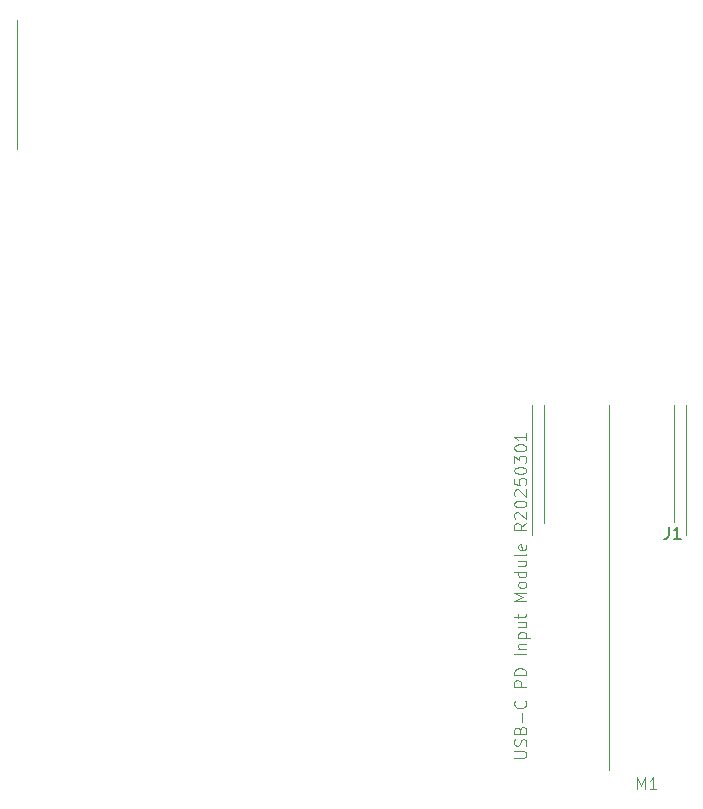
<source format=gbr>
%TF.GenerationSoftware,KiCad,Pcbnew,9.0.1+dfsg-1*%
%TF.CreationDate,2025-05-01T11:07:49+02:00*%
%TF.ProjectId,usb-c-power-in,7573622d-632d-4706-9f77-65722d696e2e,rev?*%
%TF.SameCoordinates,Original*%
%TF.FileFunction,Legend,Top*%
%TF.FilePolarity,Positive*%
%FSLAX46Y46*%
G04 Gerber Fmt 4.6, Leading zero omitted, Abs format (unit mm)*
G04 Created by KiCad (PCBNEW 9.0.1+dfsg-1) date 2025-05-01 11:07:49*
%MOMM*%
%LPD*%
G01*
G04 APERTURE LIST*
%ADD10C,0.100000*%
%ADD11C,0.150000*%
G04 APERTURE END LIST*
D10*
X50100000Y-27100000D02*
X50100000Y-58000000D01*
X44600000Y-27100000D02*
X44600000Y-37100000D01*
X56600000Y-27100000D02*
X56600000Y-38100000D01*
X43600000Y-27100000D02*
X43600000Y-38100000D01*
X0Y5500000D02*
X0Y-5500000D01*
X55600000Y-27100000D02*
X55600000Y-37000000D01*
X42077819Y-56998515D02*
X42887342Y-56998515D01*
X42887342Y-56998515D02*
X42982580Y-56950896D01*
X42982580Y-56950896D02*
X43030200Y-56903277D01*
X43030200Y-56903277D02*
X43077819Y-56808039D01*
X43077819Y-56808039D02*
X43077819Y-56617563D01*
X43077819Y-56617563D02*
X43030200Y-56522325D01*
X43030200Y-56522325D02*
X42982580Y-56474706D01*
X42982580Y-56474706D02*
X42887342Y-56427087D01*
X42887342Y-56427087D02*
X42077819Y-56427087D01*
X43030200Y-55998515D02*
X43077819Y-55855658D01*
X43077819Y-55855658D02*
X43077819Y-55617563D01*
X43077819Y-55617563D02*
X43030200Y-55522325D01*
X43030200Y-55522325D02*
X42982580Y-55474706D01*
X42982580Y-55474706D02*
X42887342Y-55427087D01*
X42887342Y-55427087D02*
X42792104Y-55427087D01*
X42792104Y-55427087D02*
X42696866Y-55474706D01*
X42696866Y-55474706D02*
X42649247Y-55522325D01*
X42649247Y-55522325D02*
X42601628Y-55617563D01*
X42601628Y-55617563D02*
X42554009Y-55808039D01*
X42554009Y-55808039D02*
X42506390Y-55903277D01*
X42506390Y-55903277D02*
X42458771Y-55950896D01*
X42458771Y-55950896D02*
X42363533Y-55998515D01*
X42363533Y-55998515D02*
X42268295Y-55998515D01*
X42268295Y-55998515D02*
X42173057Y-55950896D01*
X42173057Y-55950896D02*
X42125438Y-55903277D01*
X42125438Y-55903277D02*
X42077819Y-55808039D01*
X42077819Y-55808039D02*
X42077819Y-55569944D01*
X42077819Y-55569944D02*
X42125438Y-55427087D01*
X42554009Y-54665182D02*
X42601628Y-54522325D01*
X42601628Y-54522325D02*
X42649247Y-54474706D01*
X42649247Y-54474706D02*
X42744485Y-54427087D01*
X42744485Y-54427087D02*
X42887342Y-54427087D01*
X42887342Y-54427087D02*
X42982580Y-54474706D01*
X42982580Y-54474706D02*
X43030200Y-54522325D01*
X43030200Y-54522325D02*
X43077819Y-54617563D01*
X43077819Y-54617563D02*
X43077819Y-54998515D01*
X43077819Y-54998515D02*
X42077819Y-54998515D01*
X42077819Y-54998515D02*
X42077819Y-54665182D01*
X42077819Y-54665182D02*
X42125438Y-54569944D01*
X42125438Y-54569944D02*
X42173057Y-54522325D01*
X42173057Y-54522325D02*
X42268295Y-54474706D01*
X42268295Y-54474706D02*
X42363533Y-54474706D01*
X42363533Y-54474706D02*
X42458771Y-54522325D01*
X42458771Y-54522325D02*
X42506390Y-54569944D01*
X42506390Y-54569944D02*
X42554009Y-54665182D01*
X42554009Y-54665182D02*
X42554009Y-54998515D01*
X42696866Y-53998515D02*
X42696866Y-53236611D01*
X42982580Y-52188992D02*
X43030200Y-52236611D01*
X43030200Y-52236611D02*
X43077819Y-52379468D01*
X43077819Y-52379468D02*
X43077819Y-52474706D01*
X43077819Y-52474706D02*
X43030200Y-52617563D01*
X43030200Y-52617563D02*
X42934961Y-52712801D01*
X42934961Y-52712801D02*
X42839723Y-52760420D01*
X42839723Y-52760420D02*
X42649247Y-52808039D01*
X42649247Y-52808039D02*
X42506390Y-52808039D01*
X42506390Y-52808039D02*
X42315914Y-52760420D01*
X42315914Y-52760420D02*
X42220676Y-52712801D01*
X42220676Y-52712801D02*
X42125438Y-52617563D01*
X42125438Y-52617563D02*
X42077819Y-52474706D01*
X42077819Y-52474706D02*
X42077819Y-52379468D01*
X42077819Y-52379468D02*
X42125438Y-52236611D01*
X42125438Y-52236611D02*
X42173057Y-52188992D01*
X43077819Y-50998515D02*
X42077819Y-50998515D01*
X42077819Y-50998515D02*
X42077819Y-50617563D01*
X42077819Y-50617563D02*
X42125438Y-50522325D01*
X42125438Y-50522325D02*
X42173057Y-50474706D01*
X42173057Y-50474706D02*
X42268295Y-50427087D01*
X42268295Y-50427087D02*
X42411152Y-50427087D01*
X42411152Y-50427087D02*
X42506390Y-50474706D01*
X42506390Y-50474706D02*
X42554009Y-50522325D01*
X42554009Y-50522325D02*
X42601628Y-50617563D01*
X42601628Y-50617563D02*
X42601628Y-50998515D01*
X43077819Y-49998515D02*
X42077819Y-49998515D01*
X42077819Y-49998515D02*
X42077819Y-49760420D01*
X42077819Y-49760420D02*
X42125438Y-49617563D01*
X42125438Y-49617563D02*
X42220676Y-49522325D01*
X42220676Y-49522325D02*
X42315914Y-49474706D01*
X42315914Y-49474706D02*
X42506390Y-49427087D01*
X42506390Y-49427087D02*
X42649247Y-49427087D01*
X42649247Y-49427087D02*
X42839723Y-49474706D01*
X42839723Y-49474706D02*
X42934961Y-49522325D01*
X42934961Y-49522325D02*
X43030200Y-49617563D01*
X43030200Y-49617563D02*
X43077819Y-49760420D01*
X43077819Y-49760420D02*
X43077819Y-49998515D01*
X43077819Y-48236610D02*
X42077819Y-48236610D01*
X42411152Y-47760420D02*
X43077819Y-47760420D01*
X42506390Y-47760420D02*
X42458771Y-47712801D01*
X42458771Y-47712801D02*
X42411152Y-47617563D01*
X42411152Y-47617563D02*
X42411152Y-47474706D01*
X42411152Y-47474706D02*
X42458771Y-47379468D01*
X42458771Y-47379468D02*
X42554009Y-47331849D01*
X42554009Y-47331849D02*
X43077819Y-47331849D01*
X42411152Y-46855658D02*
X43411152Y-46855658D01*
X42458771Y-46855658D02*
X42411152Y-46760420D01*
X42411152Y-46760420D02*
X42411152Y-46569944D01*
X42411152Y-46569944D02*
X42458771Y-46474706D01*
X42458771Y-46474706D02*
X42506390Y-46427087D01*
X42506390Y-46427087D02*
X42601628Y-46379468D01*
X42601628Y-46379468D02*
X42887342Y-46379468D01*
X42887342Y-46379468D02*
X42982580Y-46427087D01*
X42982580Y-46427087D02*
X43030200Y-46474706D01*
X43030200Y-46474706D02*
X43077819Y-46569944D01*
X43077819Y-46569944D02*
X43077819Y-46760420D01*
X43077819Y-46760420D02*
X43030200Y-46855658D01*
X42411152Y-45522325D02*
X43077819Y-45522325D01*
X42411152Y-45950896D02*
X42934961Y-45950896D01*
X42934961Y-45950896D02*
X43030200Y-45903277D01*
X43030200Y-45903277D02*
X43077819Y-45808039D01*
X43077819Y-45808039D02*
X43077819Y-45665182D01*
X43077819Y-45665182D02*
X43030200Y-45569944D01*
X43030200Y-45569944D02*
X42982580Y-45522325D01*
X42411152Y-45188991D02*
X42411152Y-44808039D01*
X42077819Y-45046134D02*
X42934961Y-45046134D01*
X42934961Y-45046134D02*
X43030200Y-44998515D01*
X43030200Y-44998515D02*
X43077819Y-44903277D01*
X43077819Y-44903277D02*
X43077819Y-44808039D01*
X43077819Y-43712800D02*
X42077819Y-43712800D01*
X42077819Y-43712800D02*
X42792104Y-43379467D01*
X42792104Y-43379467D02*
X42077819Y-43046134D01*
X42077819Y-43046134D02*
X43077819Y-43046134D01*
X43077819Y-42427086D02*
X43030200Y-42522324D01*
X43030200Y-42522324D02*
X42982580Y-42569943D01*
X42982580Y-42569943D02*
X42887342Y-42617562D01*
X42887342Y-42617562D02*
X42601628Y-42617562D01*
X42601628Y-42617562D02*
X42506390Y-42569943D01*
X42506390Y-42569943D02*
X42458771Y-42522324D01*
X42458771Y-42522324D02*
X42411152Y-42427086D01*
X42411152Y-42427086D02*
X42411152Y-42284229D01*
X42411152Y-42284229D02*
X42458771Y-42188991D01*
X42458771Y-42188991D02*
X42506390Y-42141372D01*
X42506390Y-42141372D02*
X42601628Y-42093753D01*
X42601628Y-42093753D02*
X42887342Y-42093753D01*
X42887342Y-42093753D02*
X42982580Y-42141372D01*
X42982580Y-42141372D02*
X43030200Y-42188991D01*
X43030200Y-42188991D02*
X43077819Y-42284229D01*
X43077819Y-42284229D02*
X43077819Y-42427086D01*
X43077819Y-41236610D02*
X42077819Y-41236610D01*
X43030200Y-41236610D02*
X43077819Y-41331848D01*
X43077819Y-41331848D02*
X43077819Y-41522324D01*
X43077819Y-41522324D02*
X43030200Y-41617562D01*
X43030200Y-41617562D02*
X42982580Y-41665181D01*
X42982580Y-41665181D02*
X42887342Y-41712800D01*
X42887342Y-41712800D02*
X42601628Y-41712800D01*
X42601628Y-41712800D02*
X42506390Y-41665181D01*
X42506390Y-41665181D02*
X42458771Y-41617562D01*
X42458771Y-41617562D02*
X42411152Y-41522324D01*
X42411152Y-41522324D02*
X42411152Y-41331848D01*
X42411152Y-41331848D02*
X42458771Y-41236610D01*
X42411152Y-40331848D02*
X43077819Y-40331848D01*
X42411152Y-40760419D02*
X42934961Y-40760419D01*
X42934961Y-40760419D02*
X43030200Y-40712800D01*
X43030200Y-40712800D02*
X43077819Y-40617562D01*
X43077819Y-40617562D02*
X43077819Y-40474705D01*
X43077819Y-40474705D02*
X43030200Y-40379467D01*
X43030200Y-40379467D02*
X42982580Y-40331848D01*
X43077819Y-39712800D02*
X43030200Y-39808038D01*
X43030200Y-39808038D02*
X42934961Y-39855657D01*
X42934961Y-39855657D02*
X42077819Y-39855657D01*
X43030200Y-38950895D02*
X43077819Y-39046133D01*
X43077819Y-39046133D02*
X43077819Y-39236609D01*
X43077819Y-39236609D02*
X43030200Y-39331847D01*
X43030200Y-39331847D02*
X42934961Y-39379466D01*
X42934961Y-39379466D02*
X42554009Y-39379466D01*
X42554009Y-39379466D02*
X42458771Y-39331847D01*
X42458771Y-39331847D02*
X42411152Y-39236609D01*
X42411152Y-39236609D02*
X42411152Y-39046133D01*
X42411152Y-39046133D02*
X42458771Y-38950895D01*
X42458771Y-38950895D02*
X42554009Y-38903276D01*
X42554009Y-38903276D02*
X42649247Y-38903276D01*
X42649247Y-38903276D02*
X42744485Y-39379466D01*
X43077819Y-37141371D02*
X42601628Y-37474704D01*
X43077819Y-37712799D02*
X42077819Y-37712799D01*
X42077819Y-37712799D02*
X42077819Y-37331847D01*
X42077819Y-37331847D02*
X42125438Y-37236609D01*
X42125438Y-37236609D02*
X42173057Y-37188990D01*
X42173057Y-37188990D02*
X42268295Y-37141371D01*
X42268295Y-37141371D02*
X42411152Y-37141371D01*
X42411152Y-37141371D02*
X42506390Y-37188990D01*
X42506390Y-37188990D02*
X42554009Y-37236609D01*
X42554009Y-37236609D02*
X42601628Y-37331847D01*
X42601628Y-37331847D02*
X42601628Y-37712799D01*
X42173057Y-36760418D02*
X42125438Y-36712799D01*
X42125438Y-36712799D02*
X42077819Y-36617561D01*
X42077819Y-36617561D02*
X42077819Y-36379466D01*
X42077819Y-36379466D02*
X42125438Y-36284228D01*
X42125438Y-36284228D02*
X42173057Y-36236609D01*
X42173057Y-36236609D02*
X42268295Y-36188990D01*
X42268295Y-36188990D02*
X42363533Y-36188990D01*
X42363533Y-36188990D02*
X42506390Y-36236609D01*
X42506390Y-36236609D02*
X43077819Y-36808037D01*
X43077819Y-36808037D02*
X43077819Y-36188990D01*
X42077819Y-35569942D02*
X42077819Y-35474704D01*
X42077819Y-35474704D02*
X42125438Y-35379466D01*
X42125438Y-35379466D02*
X42173057Y-35331847D01*
X42173057Y-35331847D02*
X42268295Y-35284228D01*
X42268295Y-35284228D02*
X42458771Y-35236609D01*
X42458771Y-35236609D02*
X42696866Y-35236609D01*
X42696866Y-35236609D02*
X42887342Y-35284228D01*
X42887342Y-35284228D02*
X42982580Y-35331847D01*
X42982580Y-35331847D02*
X43030200Y-35379466D01*
X43030200Y-35379466D02*
X43077819Y-35474704D01*
X43077819Y-35474704D02*
X43077819Y-35569942D01*
X43077819Y-35569942D02*
X43030200Y-35665180D01*
X43030200Y-35665180D02*
X42982580Y-35712799D01*
X42982580Y-35712799D02*
X42887342Y-35760418D01*
X42887342Y-35760418D02*
X42696866Y-35808037D01*
X42696866Y-35808037D02*
X42458771Y-35808037D01*
X42458771Y-35808037D02*
X42268295Y-35760418D01*
X42268295Y-35760418D02*
X42173057Y-35712799D01*
X42173057Y-35712799D02*
X42125438Y-35665180D01*
X42125438Y-35665180D02*
X42077819Y-35569942D01*
X42173057Y-34855656D02*
X42125438Y-34808037D01*
X42125438Y-34808037D02*
X42077819Y-34712799D01*
X42077819Y-34712799D02*
X42077819Y-34474704D01*
X42077819Y-34474704D02*
X42125438Y-34379466D01*
X42125438Y-34379466D02*
X42173057Y-34331847D01*
X42173057Y-34331847D02*
X42268295Y-34284228D01*
X42268295Y-34284228D02*
X42363533Y-34284228D01*
X42363533Y-34284228D02*
X42506390Y-34331847D01*
X42506390Y-34331847D02*
X43077819Y-34903275D01*
X43077819Y-34903275D02*
X43077819Y-34284228D01*
X42077819Y-33379466D02*
X42077819Y-33855656D01*
X42077819Y-33855656D02*
X42554009Y-33903275D01*
X42554009Y-33903275D02*
X42506390Y-33855656D01*
X42506390Y-33855656D02*
X42458771Y-33760418D01*
X42458771Y-33760418D02*
X42458771Y-33522323D01*
X42458771Y-33522323D02*
X42506390Y-33427085D01*
X42506390Y-33427085D02*
X42554009Y-33379466D01*
X42554009Y-33379466D02*
X42649247Y-33331847D01*
X42649247Y-33331847D02*
X42887342Y-33331847D01*
X42887342Y-33331847D02*
X42982580Y-33379466D01*
X42982580Y-33379466D02*
X43030200Y-33427085D01*
X43030200Y-33427085D02*
X43077819Y-33522323D01*
X43077819Y-33522323D02*
X43077819Y-33760418D01*
X43077819Y-33760418D02*
X43030200Y-33855656D01*
X43030200Y-33855656D02*
X42982580Y-33903275D01*
X42077819Y-32712799D02*
X42077819Y-32617561D01*
X42077819Y-32617561D02*
X42125438Y-32522323D01*
X42125438Y-32522323D02*
X42173057Y-32474704D01*
X42173057Y-32474704D02*
X42268295Y-32427085D01*
X42268295Y-32427085D02*
X42458771Y-32379466D01*
X42458771Y-32379466D02*
X42696866Y-32379466D01*
X42696866Y-32379466D02*
X42887342Y-32427085D01*
X42887342Y-32427085D02*
X42982580Y-32474704D01*
X42982580Y-32474704D02*
X43030200Y-32522323D01*
X43030200Y-32522323D02*
X43077819Y-32617561D01*
X43077819Y-32617561D02*
X43077819Y-32712799D01*
X43077819Y-32712799D02*
X43030200Y-32808037D01*
X43030200Y-32808037D02*
X42982580Y-32855656D01*
X42982580Y-32855656D02*
X42887342Y-32903275D01*
X42887342Y-32903275D02*
X42696866Y-32950894D01*
X42696866Y-32950894D02*
X42458771Y-32950894D01*
X42458771Y-32950894D02*
X42268295Y-32903275D01*
X42268295Y-32903275D02*
X42173057Y-32855656D01*
X42173057Y-32855656D02*
X42125438Y-32808037D01*
X42125438Y-32808037D02*
X42077819Y-32712799D01*
X42077819Y-32046132D02*
X42077819Y-31427085D01*
X42077819Y-31427085D02*
X42458771Y-31760418D01*
X42458771Y-31760418D02*
X42458771Y-31617561D01*
X42458771Y-31617561D02*
X42506390Y-31522323D01*
X42506390Y-31522323D02*
X42554009Y-31474704D01*
X42554009Y-31474704D02*
X42649247Y-31427085D01*
X42649247Y-31427085D02*
X42887342Y-31427085D01*
X42887342Y-31427085D02*
X42982580Y-31474704D01*
X42982580Y-31474704D02*
X43030200Y-31522323D01*
X43030200Y-31522323D02*
X43077819Y-31617561D01*
X43077819Y-31617561D02*
X43077819Y-31903275D01*
X43077819Y-31903275D02*
X43030200Y-31998513D01*
X43030200Y-31998513D02*
X42982580Y-32046132D01*
X42077819Y-30808037D02*
X42077819Y-30712799D01*
X42077819Y-30712799D02*
X42125438Y-30617561D01*
X42125438Y-30617561D02*
X42173057Y-30569942D01*
X42173057Y-30569942D02*
X42268295Y-30522323D01*
X42268295Y-30522323D02*
X42458771Y-30474704D01*
X42458771Y-30474704D02*
X42696866Y-30474704D01*
X42696866Y-30474704D02*
X42887342Y-30522323D01*
X42887342Y-30522323D02*
X42982580Y-30569942D01*
X42982580Y-30569942D02*
X43030200Y-30617561D01*
X43030200Y-30617561D02*
X43077819Y-30712799D01*
X43077819Y-30712799D02*
X43077819Y-30808037D01*
X43077819Y-30808037D02*
X43030200Y-30903275D01*
X43030200Y-30903275D02*
X42982580Y-30950894D01*
X42982580Y-30950894D02*
X42887342Y-30998513D01*
X42887342Y-30998513D02*
X42696866Y-31046132D01*
X42696866Y-31046132D02*
X42458771Y-31046132D01*
X42458771Y-31046132D02*
X42268295Y-30998513D01*
X42268295Y-30998513D02*
X42173057Y-30950894D01*
X42173057Y-30950894D02*
X42125438Y-30903275D01*
X42125438Y-30903275D02*
X42077819Y-30808037D01*
X43077819Y-29522323D02*
X43077819Y-30093751D01*
X43077819Y-29808037D02*
X42077819Y-29808037D01*
X42077819Y-29808037D02*
X42220676Y-29903275D01*
X42220676Y-29903275D02*
X42315914Y-29998513D01*
X42315914Y-29998513D02*
X42363533Y-30093751D01*
D11*
X55165666Y-37453219D02*
X55165666Y-38167504D01*
X55165666Y-38167504D02*
X55118047Y-38310361D01*
X55118047Y-38310361D02*
X55022809Y-38405600D01*
X55022809Y-38405600D02*
X54879952Y-38453219D01*
X54879952Y-38453219D02*
X54784714Y-38453219D01*
X56165666Y-38453219D02*
X55594238Y-38453219D01*
X55879952Y-38453219D02*
X55879952Y-37453219D01*
X55879952Y-37453219D02*
X55784714Y-37596076D01*
X55784714Y-37596076D02*
X55689476Y-37691314D01*
X55689476Y-37691314D02*
X55594238Y-37738933D01*
D10*
X52440476Y-59657419D02*
X52440476Y-58657419D01*
X52440476Y-58657419D02*
X52773809Y-59371704D01*
X52773809Y-59371704D02*
X53107142Y-58657419D01*
X53107142Y-58657419D02*
X53107142Y-59657419D01*
X54107142Y-59657419D02*
X53535714Y-59657419D01*
X53821428Y-59657419D02*
X53821428Y-58657419D01*
X53821428Y-58657419D02*
X53726190Y-58800276D01*
X53726190Y-58800276D02*
X53630952Y-58895514D01*
X53630952Y-58895514D02*
X53535714Y-58943133D01*
M02*

</source>
